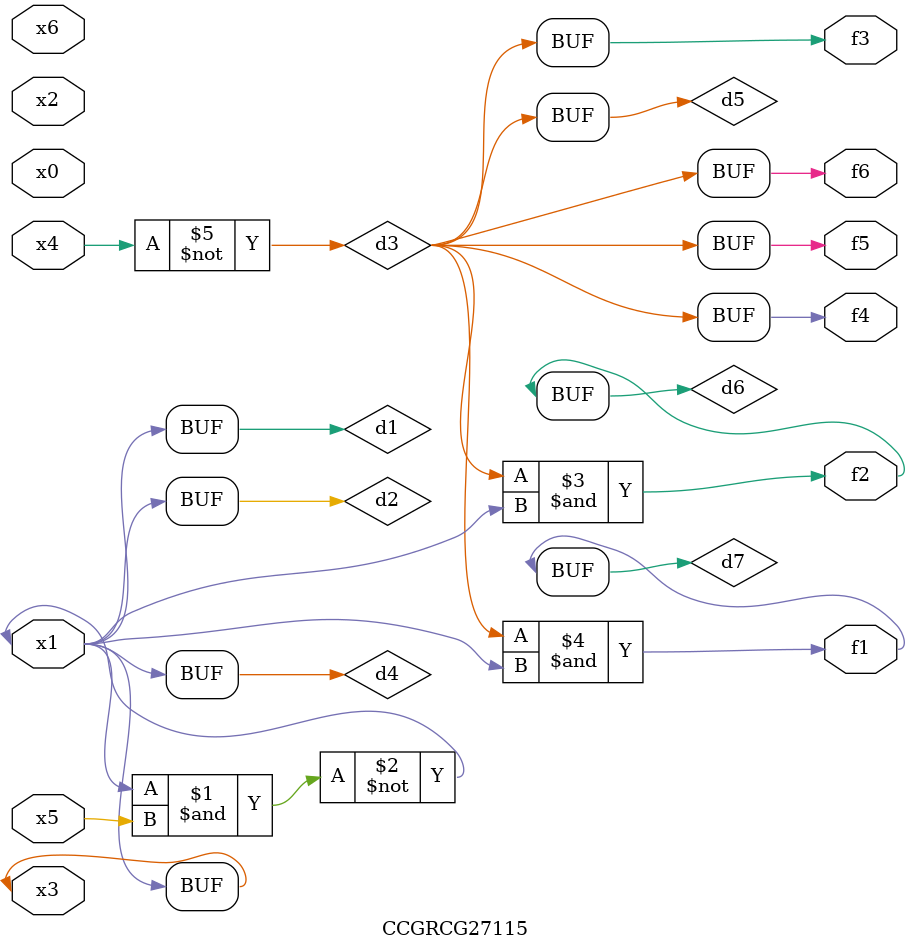
<source format=v>
module CCGRCG27115(
	input x0, x1, x2, x3, x4, x5, x6,
	output f1, f2, f3, f4, f5, f6
);

	wire d1, d2, d3, d4, d5, d6, d7;

	buf (d1, x1, x3);
	nand (d2, x1, x5);
	not (d3, x4);
	buf (d4, d1, d2);
	buf (d5, d3);
	and (d6, d3, d4);
	and (d7, d3, d4);
	assign f1 = d7;
	assign f2 = d6;
	assign f3 = d5;
	assign f4 = d5;
	assign f5 = d5;
	assign f6 = d5;
endmodule

</source>
